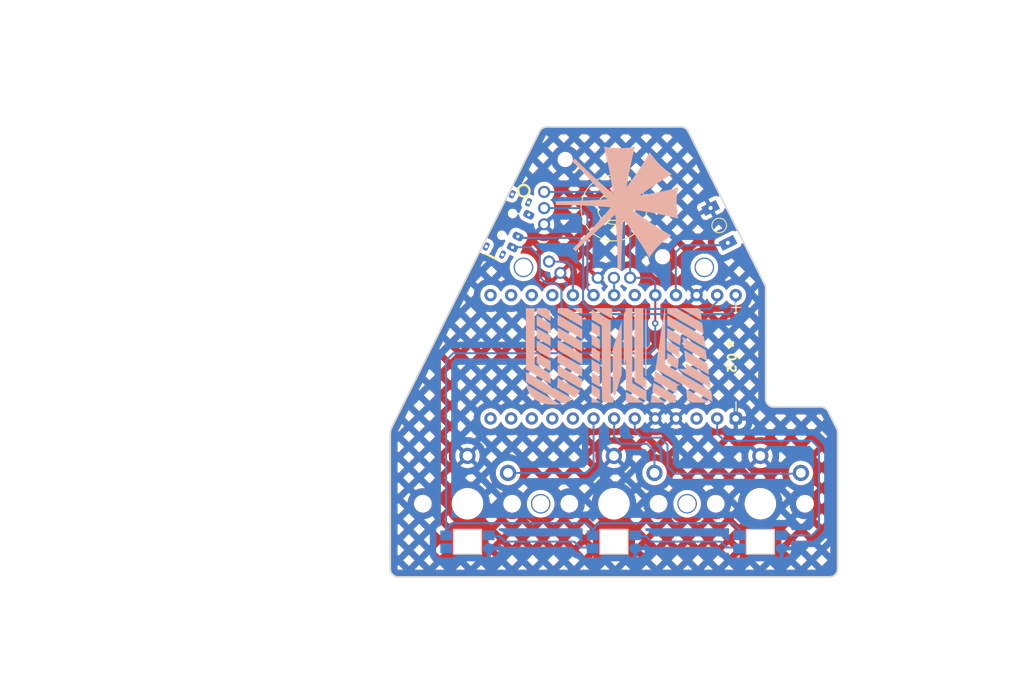
<source format=kicad_pcb>
(kicad_pcb (version 20221018) (generator pcbnew)
  (layers (0 "F.Cu" signal) (31 "B.Cu" signal) (34 "B.Paste" user) (35 "F.Paste" user) (36 "B.SilkS" user "B.Silkscreen") (37 "F.SilkS" user "F.Silkscreen") (38 "B.Mask" user) (39 "F.Mask" user) (44 "Edge.Cuts" user))
  (net 0 "")
  (net 1 "GND")
  (net 2 "Net-(J1-Pin_1)")
  (net 3 "VCC")
  (net 4 "LED")
  (net 5 "reset")
  (net 6 "sw1")
  (net 7 "sw2")
  (net 8 "sw3")
  (net 9 "sw4")
  (net 10 "analogY")
  (net 11 "analogX")
  (net 13 "VBAT")
  (net 14 "Net-(LED1-DIN)")
  (net 15 "Net-(LED2-DIN)")
  (footprint "anu_lib:SW_3x4x2_2legs" (layer "F.Cu") (at 163.976 103.486 116.5)
    (fp_text reference "RSW1" hide)
    (fp_text value "SW_PUSH" hide)
    (pad "1" thru_hole rect locked (at -2.4 0 116.5) (size 1.2 2) (drill 0.5) (layers "*.Cu" "*.Mask") (net 5 "reset"))
    (pad "2" thru_hole rect locked (at 2.4 0 116.5) (size 1.2 2) (drill 0.5) (layers "*.Cu" "*.Mask") (net 1 "GND"))
  )
  (footprint "anu_lib:ChocV1_1u" (layer "F.Cu") (at 132.944 137.82)
    (fp_text reference "SW1" hide)
    (fp_text value "SW_PUSH" hide)
    (pad "" np_thru_hole circle locked (at -5.5 0 90) (size 1.7 1.7) (drill 1.7) (layers "*.Cu" "*.Mask"))
    (pad "" np_thru_hole circle locked (at 0 0 90) (size 3.4 3.4) (drill 3.4) (layers "*.Cu" "*.Mask"))
    (pad "" np_thru_hole circle locked (at 5.5 0 90) (size 1.7 1.7) (drill 1.7) (layers "*.Cu" "*.Mask"))
    (pad "1" thru_hole circle locked (at 5 -3.8) (size 2 2) (drill 1.2) (layers "*.Cu" "B.Mask") (net 6 "sw1"))
    (pad "2" thru_hole circle locked (at 0 -5.9) (size 2 2) (drill 1.2) (layers "*.Cu" "B.Mask") (net 1 "GND"))
  )
  (footprint "anu_lib:ChocV1_1u" (layer "F.Cu") (at 150.994 137.82)
    (fp_text reference "SW2" hide)
    (fp_text value "SW_PUSH" hide)
    (pad "" np_thru_hole circle locked (at -5.5 0 90) (size 1.7 1.7) (drill 1.7) (layers "*.Cu" "*.Mask"))
    (pad "" np_thru_hole circle locked (at 0 0 90) (size 3.4 3.4) (drill 3.4) (layers "*.Cu" "*.Mask"))
    (pad "" np_thru_hole circle locked (at 5.5 0 90) (size 1.7 1.7) (drill 1.7) (layers "*.Cu" "*.Mask"))
    (pad "1" thru_hole circle locked (at 5 -3.8) (size 2 2) (drill 1.2) (layers "*.Cu" "B.Mask") (net 7 "sw2"))
    (pad "2" thru_hole circle locked (at 0 -5.9) (size 2 2) (drill 1.2) (layers "*.Cu" "B.Mask") (net 1 "GND"))
  )
  (footprint "anu_lib:ChocV1_1u" (layer "F.Cu") (at 169.044 137.82)
    (fp_text reference "SW3" hide)
    (fp_text value "SW_PUSH" hide)
    (pad "" np_thru_hole circle locked (at -5.5 0 90) (size 1.7 1.7) (drill 1.7) (layers "*.Cu" "*.Mask"))
    (pad "" np_thru_hole circle locked (at 0 0 90) (size 3.4 3.4) (drill 3.4) (layers "*.Cu" "*.Mask"))
    (pad "" np_thru_hole circle locked (at 5.5 0 90) (size 1.7 1.7) (drill 1.7) (layers "*.Cu" "*.Mask"))
    (pad "1" thru_hole circle locked (at 5 -3.8) (size 2 2) (drill 1.2) (layers "*.Cu" "B.Mask") (net 8 "sw3"))
    (pad "2" thru_hole circle locked (at 0 -5.9) (size 2 2) (drill 1.2) (layers "*.Cu" "B.Mask") (net 1 "GND"))
  )
  (footprint "anu_lib:FJ08K-S" (layer "F.Cu") (at 150.994 101.35 180)
    (fp_text reference "X1" hide)
    (fp_text value "FJ08K-S")
    (pad "" np_thru_hole circle (at -6 -6 180) (size 1.4 1.4) (drill 1.4) (layers "*.Cu" "*.Mask"))
    (pad "" np_thru_hole circle (at 6 6 180) (size 1.4 1.4) (drill 1.4) (layers "*.Cu" "*.Mask"))
    (pad "A" thru_hole circle (at 6.6 -8 180) (size 1.5 1.5) (drill 0.95) (layers "*.Cu" "*.Mask") (net 1 "GND"))
    (pad "B" thru_hole circle (at 8 -6.6 180) (size 1.5 1.5) (drill 0.95) (layers "*.Cu" "*.Mask") (net 9 "sw4"))
    (pad "X1" thru_hole circle (at 8.6 2 180) (size 1.5 1.5) (drill 0.95) (layers "*.Cu" "*.Mask") (net 3 "VCC"))
    (pad "X2" thru_hole circle (at 8.6 0 180) (size 1.5 1.5) (drill 0.95) (layers "*.Cu" "*.Mask") (net 11 "analogX"))
    (pad "X3" thru_hole circle (at 8.6 -2 180) (size 1.5 1.5) (drill 0.95) (layers "*.Cu" "*.Mask") (net 1 "GND"))
    (pad "Y1" thru_hole circle (at 2 -8.6) (size 1.5 1.5) (drill 0.95) (layers "*.Cu" "*.Mask") (net 1 "GND"))
    (pad "Y2" thru_hole circle (at 0 -8.6) (size 1.5 1.5) (drill 0.95) (layers "*.Cu" "*.Mask") (net 10 "analogY"))
    (pad "Y3" thru_hole circle (at -2 -8.6) (size 1.5 1.5) (drill 0.95) (layers "*.Cu" "*.Mask") (net 3 "VCC"))
  )
  (footprint "anu_lib:SW_MSK-12C02_duplex" (layer "F.Cu") (at 137.8395 103.359 63.5)
    (fp_text reference "SW4")
    (fp_text value "SW_SPDT")
    (pad "" thru_hole roundrect locked (at -3.6 -1.093 63.5) (size 1 0.6) (drill 0.4) (layers "*.Cu" "*.Mask") (roundrect_rratio 0.333))
    (pad "" thru_hole roundrect locked (at -3.6 1.143 63.5) (size 1 0.6) (drill 0.4) (layers "*.Cu" "*.Mask") (roundrect_rratio 0.333))
    (pad "" np_thru_hole circle locked (at -1.5 0 153.5) (size 0.7 0.7) (drill 0.7) (layers "*.Cu" "*.Mask"))
    (pad "" np_thru_hole circle locked (at 1.5 0 153.5) (size 0.7 0.7) (drill 0.7) (layers "*.Cu" "*.Mask"))
    (pad "" thru_hole roundrect locked (at 3.6 -1.093 63.5) (size 1 0.6) (drill 0.4) (layers "*.Cu" "*.Mask") (roundrect_rratio 0.333))
    (pad "" thru_hole roundrect locked (at 3.6 1.143 63.5) (size 1 0.6) (drill 0.4) (layers "*.Cu" "*.Mask") (roundrect_rratio 0.333))
    (pad "1" thru_hole roundrect locked (at 2.25 1.85 153.5) (size 1.3 0.9) (drill 0.4) (layers "*.Cu" "*.Mask") (roundrect_rratio 0.333))
    (pad "2" thru_hole roundrect locked (at -0.75 1.85 153.5) (size 1.3 0.9) (drill 0.4) (layers "*.Cu" "*.Mask") (roundrect_rratio 0.333) (net 13 "VBAT"))
    (pad "3" thru_hole roundrect locked (at -2.25 1.85 153.5) (size 1.3 0.9) (drill 0.4) (layers "*.Cu" "*.Mask") (net 2 "Net-(J1-Pin_1)"))
  )
  (footprint "anu_lib:battery_conn_duplex" (layer "F.Cu") (at 166.262 119.696 -90)
    (fp_text reference "J1" hide)
    (fp_text value "battery connector")
    (fp_text user "+" (at -6.096 0.3361 90) (layer "F.SilkS") (effects (font (size 1.5 1.5))))
    (fp_text user "-" (at 6.096 0.3361 90) (layer "F.SilkS") (effects (font (size 1.5 1.5))))
    (pad "1" thru_hole circle (at -7.6086 0.254) (size 1.524 1.524) (drill 0.8) (layers "*.Cu" "*.Mask") (net 2 "Net-(J1-Pin_1)"))
    (pad "2" thru_hole roundrect (at 7.6114 0.254 270) (size 1.524 1.524) (drill 0.8) (layers "*.Cu" "*.Mask") (net 1 "GND"))
  )
  (footprint "anu_lib:ProMicro_v4" (layer "F.Cu") (at 149.244 119.696 -90)
    (fp_text reference "U1" hide)
    (fp_text value "ProMicro_r" hide)
    (pad "1" thru_hole circle (at 7.6114 -14.478 270) (size 1.524 1.524) (drill 0.8128) (layers "*.Cu" "B.Mask") (net 4 "LED"))
    (pad "2" thru_hole circle (at 7.6114 -11.938 270) (size 1.524 1.524) (drill 0.8128) (layers "*.Cu" "B.Mask"))
    (pad "3" thru_hole circle (at 7.6114 -9.398 270) (size 1.524 1.524) (drill 0.8128) (layers "*.Cu" "B.Mask") (net 1 "GND"))
    (pad "4" thru_hole circle (at 7.6114 -6.858 270) (size 1.524 1.524) (drill 0.8128) (layers "*.Cu" "B.Mask") (net 1 "GND"))
    (pad "5" thru_hole circle (at 7.6114 -4.318 270) (size 1.524 1.524) (drill 0.8128) (layers "*.Cu" "B.Mask") (net 8 "sw3"))
    (pad "6" thru_hole circle (at 7.6114 -1.778 270) (size 1.524 1.524) (drill 0.8128) (layers "*.Cu" "B.Mask") (net 7 "sw2"))
    (pad "7" thru_hole circle (at 7.6114 0.762 270) (size 1.524 1.524) (drill 0.8128) (layers "*.Cu" "B.Mask") (net 6 "sw1"))
    (pad "8" thru_hole circle (at 7.6114 3.302 270) (size 1.524 1.524) (drill 0.8128) (layers "*.Cu" "B.Mask"))
    (pad "9" thru_hole circle (at 7.6114 5.842 270) (size 1.524 1.524) (drill 0.8128) (layers "*.Cu" "B.Mask"))
    (pad "10" thru_hole circle (at 7.6114 8.382 270) (size 1.524 1.524) (drill 0.8128) (layers "*.Cu" "B.Mask"))
    (pad "11" thru_hole circle (at 7.6114 10.922 270) (size 1.524 1.524) (drill 0.8128) (layers "*.Cu" "B.Mask"))
    (pad "12" thru_hole circle (at 7.6114 13.462 270) (size 1.524 1.524) (drill 0.8128) (layers "*.Cu" "B.Mask"))
    (pad "13" thru_hole circle (at -7.6086 13.462 270) (size 1.524 1.524) (drill 0.8128) (layers "*.Cu" "B.Mask"))
    (pad "14" thru_hole circle (at -7.6086 10.922 270) (size 1.524 1.524) (drill 0.8128) (layers "*.Cu" "B.Mask"))
    (pad "15" thru_hole circle (at -7.6086 8.382 270) (size 1.524 1.524) (drill 0.8128) (layers "*.Cu" "B.Mask"))
    (pad "16" thru_hole circle (at -7.6086 5.842 270) (size 1.524 1.524) (drill 0.8128) (layers "*.Cu" "B.Mask"))
    (pad "17" thru_hole circle (at -7.6086 3.302 270) (size 1.524 1.524) (drill 0.8128) (layers "*.Cu" "B.Mask") (net 9 "sw4"))
    (pad "18" thru_hole circle (at -7.6086 0.762 270) (size 1.524 1.524) (drill 0.8128) (layers "*.Cu" "B.Mask") (net 11 "analogX"))
    (pad "19" thru_hole circle (at -7.6086 -1.778 270) (size 1.524 1.524) (drill 0.8128) (layers "*.Cu" "B.Mask") (net 10 "analogY"))
    (pad "20" thru_hole circle (at -7.6086 -4.318 270) (size 1.524 1.524) (drill 0.8128) (layers "*.Cu" "B.Mask"))
    (pad "21" thru_hole circle (at -7.6086 -6.858 270) (size 1.524 1.524) (drill 0.8128) (layers "*.Cu" "B.Mask") (net 3 "VCC"))
    (pad "22" thru_hole circle (at -7.6086 -9.398 270) (size 1.524 1.524) (drill 0.8128) (layers "*.Cu" "B.Mask") (net 5 "reset"))
    (pad "23" thru_hole circle (at -7.6086 -11.938 270) (size 1.524 1.524) (drill 0.8128) (layers "*.Cu" "B.Mask") (net 1 "GND"))
    (pad "24" thru_hole circle (at -7.6086 -14.478 270) (size 1.524 1.524) (drill 0.8128) (layers "*.Cu" "B.Mask") (net 13 "VBAT"))
  )
  (footprint "enki_lib:HOLE" (layer "F.Cu") (at 141.969 137.82)
    (fp_text reference "H1" hide)
    (fp_text value "Hole" hide)
    (pad "" np_thru_hole circle (at 0 0) (size 2.4 2.4) (drill 2.1) (layers "*.Cu" "*.Mask"))
  )
  (footprint "enki_lib:HOLE" (layer "F.Cu") (at 139.846 108.662)
    (fp_text reference "H1" hide)
    (fp_text value "Hole" hide)
    (pad "" np_thru_hole circle (at 0 0) (size 2.4 2.4) (drill 2.1) (layers "*.Cu" "*.Mask"))
  )
  (footprint "enki_lib:HOLE" (layer "F.Cu") (at 160.019 137.82)
    (fp_text reference "H1" hide)
    (fp_text value "Hole" hide)
    (pad "" np_thru_hole circle (at 0 0) (size 2.4 2.4) (drill 2.1) (layers "*.Cu" "*.Mask"))
  )
  (footprint "enki_lib:HOLE" (layer "F.Cu") (at 162.142 108.662)
    (fp_text reference "H1" hide)
    (fp_text value "Hole" hide)
    (pad "" np_thru_hole circle (at 0 0) (size 2.4 2.4) (drill 2.1) (layers "*.Cu" "*.Mask"))
  )
  (footprint "anu_lib:YS-SK6812MINI-E_small" (layer "B.Cu") (at 132.944 142.52 180)
    (fp_text reference "LED1" hide)
    (fp_text value "YS-SK6812MINI-E" hide)
    (fp_line (start -1.7 -1.5) (end 1.7 -1.5) (stroke (width 0.12)) (layer "Edge.Cuts"))
    (fp_line (start -1.7 1.5) (end -1.7 -1.5) (stroke (width 0.12)) (layer "Edge.Cuts"))
    (fp_line (start 1.7 -1.5) (end 1.7 1.5) (stroke (width 0.12)) (layer "Edge.Cuts"))
    (fp_line (start 1.7 1.5) (end -1.7 1.5) (stroke (width 0.12)) (layer "Edge.Cuts"))
    (pad "1" smd rect locked (at 2.625 0.8 180) (size 1.45 1.2) (layers "B.Cu" "B.Paste" "B.Mask") (net 3 "VCC"))
    (pad "2" smd rect locked (at 2.625 -0.8 180) (size 1.45 1.2) (layers "B.Cu" "B.Paste" "B.Mask"))
    (pad "3" smd oval locked (at -2.625 -0.8 180) (size 1.45 1.2) (layers "B.Cu" "B.Paste" "B.Mask") (net 1 "GND"))
    (pad "4" smd rect locked (at -2.625 0.8 180) (size 1.45 1.2) (layers "B.Cu" "B.Paste" "B.Mask") (net 14 "Net-(LED1-DIN)"))
  )
  (footprint "anu_lib:YS-SK6812MINI-E_small" (layer "B.Cu") (at 150.994 142.52 180)
    (fp_text reference "LED2" hide)
    (fp_text value "YS-SK6812MINI-E" hide)
    (fp_line (start -1.7 -1.5) (end 1.7 -1.5) (stroke (width 0.12)) (layer "Edge.Cuts"))
    (fp_line (start -1.7 1.5) (end -1.7 -1.5) (stroke (width 0.12)) (layer "Edge.Cuts"))
    (fp_line (start 1.7 -1.5) (end 1.7 1.5) (stroke (width 0.12)) (layer "Edge.Cuts"))
    (fp_line (start 1.7 1.5) (end -1.7 1.5) (stroke (width 0.12)) (layer "Edge.Cuts"))
    (pad "1" smd rect locked (at 2.625 0.8 180) (size 1.45 1.2) (layers "B.Cu" "B.Paste" "B.Mask") (net 3 "VCC"))
    (pad "2" smd rect locked (at 2.625 -0.8 180) (size 1.45 1.2) (layers "B.Cu" "B.Paste" "B.Mask") (net 14 "Net-(LED1-DIN)"))
    (pad "3" smd oval locked (at -2.625 -0.8 180) (size 1.45 1.2) (layers "B.Cu" "B.Paste" "B.Mask") (net 1 "GND"))
    (pad "4" smd rect locked (at -2.625 0.8 180) (size 1.45 1.2) (layers "B.Cu" "B.Paste" "B.Mask") (net 15 "Net-(LED2-DIN)"))
  )
  (footprint "anu_lib:YS-SK6812MINI-E_small" (layer "B.Cu") (at 169.044 142.52 180)
    (fp_text reference "LED3" hide)
    (fp_text value "YS-SK6812MINI-E" hide)
    (fp_line (start -1.7 -1.5) (end 1.7 -1.5) (stroke (width 0.12)) (layer "Edge.Cuts"))
    (fp_line (start -1.7 1.5) (end -1.7 -1.5) (stroke (width 0.12)) (layer "Edge.Cuts"))
    (fp_line (start 1.7 -1.5) (end 1.7 1.5) (stroke (width 0.12)) (layer "Edge.Cuts"))
    (fp_line (start 1.7 1.5) (end -1.7 1.5) (stroke (width 0.12)) (layer "Edge.Cuts"))
    (pad "1" smd rect (at 2.625 0.8 180) (size 1.45 1.2) (layers "B.Cu" "B.Paste" "B.Mask") (net 3 "VCC"))
    (pad "2" smd rect (at 2.625 -0.8 180) (size 1.45 1.2) (layers "B.Cu" "B.Paste" "B.Mask") (net 15 "Net-(LED2-DIN)"))
    (pad "3" smd oval (at -2.625 -0.8 180) (size 1.45 1.2) (layers "B.Cu" "B.Paste" "B.Mask") (net 1 "GND"))
    (pad "4" smd rect (at -2.625 0.8 180) (size 1.45 1.2) (layers "B.Cu" "B.Paste" "B.Mask") (net 4 "LED"))
  )
  (footprint "anu_lib:Logo_anu" (layer "B.Cu") (at 151.594 119.6964 180)
    (fp_text reference "G2" hide)
    (fp_text value "Logo" hide)
  )
  (footprint "anu_lib:Logo_anu_cuneiform" (layer "B.Cu") (at 151.394 101.34266 180)
    (fp_text reference "G1" hide)
    (fp_text value "Logo" hide)
  )
  (gr_line (start 124.418601 146.8454) (end 177.568601 146.8454) (stroke (width 0.2)) (layer "Edge.Cuts"))
  (gr_line (start 123.418601 145.8454) (end 123.418601 129.266971) (stroke (width 0.2)) (layer "Edge.Cuts"))
  (gr_line (start 178.568599 145.845401) (end 178.5686 129.031186) (stroke (width 0.2)) (layer "Edge.Cuts"))
  (gr_line (start 141.841836 91.899511) (end 123.629267 128.373502) (stroke (width 0.2)) (layer "Edge.Cuts"))
  (gr_line (start 160.145365 91.899511) (end 169.588267 110.810645) (stroke (width 0.2)) (layer "Edge.Cuts"))
  (gr_arc (start 124.418601 146.8454) (mid 123.711494 146.552507) (end 123.418601 145.8454) (stroke (width 0.2)) (layer "Edge.Cuts"))
  (gr_arc (start 178.568601 145.8454) (mid 178.275708 146.552507) (end 177.568601 146.8454) (stroke (width 0.2)) (layer "Edge.Cuts"))
  (gr_arc (start 123.4186 129.266971) (mid 123.471979 128.807986) (end 123.629267 128.373502) (stroke (width 0.2)) (layer "Edge.Cuts"))
  (gr_line (start 177.396805 126.448666) (end 178.463266 128.584451) (stroke (width 0.2)) (layer "Edge.Cuts"))
  (gr_line (start 176.502138 125.8954) (end 170.6936 125.8954) (stroke (width 0.2)) (layer "Edge.Cuts"))
  (gr_line (start 169.6936 124.8954) (end 169.6936 111.257379) (stroke (width 0.2)) (layer "Edge.Cuts"))
  (gr_arc (start 176.502138 125.8954) (mid 177.028097 126.04489) (end 177.396805 126.448666) (stroke (width 0.2)) (layer "Edge.Cuts"))
  (gr_arc (start 178.463267 128.584452) (mid 178.541911 128.801694) (end 178.5686 129.031186) (stroke (width 0.2)) (layer "Edge.Cuts"))
  (gr_arc (start 170.6936 125.8954) (mid 169.986493 125.602507) (end 169.6936 124.8954) (stroke (width 0.2)) (layer "Edge.Cuts"))
  (gr_arc (start 169.588267 110.810645) (mid 169.666911 111.027887) (end 169.6936 111.257379) (stroke (width 0.2)) (layer "Edge.Cuts"))
  (gr_line (start 142.736503 91.346246) (end 159.250698 91.346246) (stroke (width 0.2)) (layer "Edge.Cuts"))
  (gr_arc (start 141.841836 91.899512) (mid 142.210544 91.495736) (end 142.736503 91.346246) (stroke (width 0.2)) (layer "Edge.Cuts"))
  (gr_arc (start 159.250697 91.346245) (mid 159.776657 91.495735) (end 160.145365 91.899511) (stroke (width 0.2)) (layer "Edge.Cuts"))
  (gr_text "v 0.2" (at 165.47084 119.67972 270) (layer "F.SilkS") (effects (font (size 1 1) (thickness 0.25))))
  (gr_text "0,5" (at 75.311 93.5355 90) (layer "Edge.Cuts") (effects (font (size 0 0) (thickness 0.2)) (justify left top)))
  (segment (start 140.716 106.172) (end 138.536207 106.172) (width 0.25) (layer "B.Cu") (net 2))
  (segment (start 166.008 113.519) (end 165.1 114.427) (width 0.25) (layer "B.Cu") (net 2))
  (segment (start 138.622661 106.299) (end 138.515934 106.192273) (width 0.25) (layer "B.Cu") (net 2))
  (segment (start 144.526 113.665) (end 144.526 111.379) (width 0.25) (layer "B.Cu") (net 2))
  (segment (start 166.008 112.0874) (end 166.008 113.519) (width 0.25) (layer "B.Cu") (net 2))
  (segment (start 165.1 114.427) (end 145.288 114.427) (width 0.25) (layer "B.Cu") (net 2))
  (segment (start 141.859 109.855) (end 141.859 107.315) (width 0.25) (layer "B.Cu") (net 2))
  (segment (start 142.621 110.617) (end 141.859 109.855) (width 0.25) (layer "B.Cu") (net 2))
  (segment (start 141.859 107.315) (end 140.716 106.172) (width 0.25) (layer "B.Cu") (net 2))
  (segment (start 138.536207 106.172) (end 138.515934 106.192273) (width 0.25) (layer "B.Cu") (net 2))
  (segment (start 144.526 111.379) (end 143.764 110.617) (width 0.25) (layer "B.Cu") (net 2))
  (segment (start 145.288 114.427) (end 144.526 113.665) (width 0.25) (layer "B.Cu") (net 2))
  (segment (start 143.764 110.617) (end 142.621 110.617) (width 0.25) (layer "B.Cu") (net 2))
  (segment (start 156.102 112.0874) (end 156.083 115.57) (width 0.25) (layer "F.Cu") (net 3))
  (segment (start 156.083 115.57) (end 156.102 115.551) (width 0.25) (layer "F.Cu") (net 3))
  (via (at 156.083 115.57) (size 0.8) (drill 0.4) (layers "F.Cu" "B.Cu") (net 3))
  (segment (start 130.344 140.9947) (end 131.1307 140.208) (width 0.25) (layer "B.Cu") (net 3))
  (segment (start 152.994 100.162) (end 152.182 99.35) (width 0.25) (layer "B.Cu") (net 3))
  (segment (start 148.394 140.9947) (end 149.1807 140.208) (width 0.25) (layer "B.Cu") (net 3))
  (segment (start 156.083 118.491) (end 155.321 119.253) (width 0.25) (layer "B.Cu") (net 3))
  (segment (start 157.7034 140.208) (end 165.6573 140.208) (width 0.25) (layer "B.Cu") (net 3))
  (segment (start 131.191 119.253) (end 130.302 120.142) (width 0.25) (layer "B.Cu") (net 3))
  (segment (start 156.083 110.49) (end 155.543 109.95) (width 0.25) (layer "B.Cu") (net 3))
  (segment (start 156.083 112.0684) (end 156.083 110.49) (width 0.25) (layer "B.Cu") (net 3))
  (segment (start 152.994 109.95) (end 152.994 100.162) (width 0.25) (layer "B.Cu") (net 3))
  (segment (start 156.102 112.0874) (end 156.083 112.0684) (width 0.25) (layer "B.Cu") (net 3))
  (segment (start 149.1807 140.208) (end 157.988 140.208) (width 0.25) (layer "B.Cu") (net 3))
  (segment (start 130.302 120.142) (end 130.302 141.703) (width 0.25) (layer "B.Cu") (net 3))
  (segment (start 155.543 109.95) (end 152.994 109.95) (width 0.25) (layer "B.Cu") (net 3))
  (segment (start 166.444 140.9947) (end 166.444 141.82) (width 0.25) (layer "B.Cu") (net 3))
  (segment (start 155.321 119.253) (end 131.191 119.253) (width 0.25) (layer "B.Cu") (net 3))
  (segment (start 147.6073 140.208) (end 148.394 140.9947) (width 0.25) (layer "B.Cu") (net 3))
  (segment (start 152.182 99.35) (end 142.394 99.35) (width 0.25) (layer "B.Cu") (net 3))
  (segment (start 148.394 141.82) (end 148.394 140.9948) (width 0.25) (layer "B.Cu") (net 3))
  (segment (start 148.394 140.9948) (end 148.394 140.9947) (width 0.25) (layer "B.Cu") (net 3))
  (segment (start 131.1307 140.208) (end 147.6073 140.208) (width 0.25) (layer "B.Cu") (net 3))
  (segment (start 156.083 115.57) (end 156.083 118.491) (width 0.25) (layer "B.Cu") (net 3))
  (segment (start 130.302 141.703) (end 130.319 141.72) (width 0.25) (layer "B.Cu") (net 3))
  (segment (start 165.6573 140.208) (end 166.444 140.9947) (width 0.25) (layer "B.Cu") (net 3))
  (segment (start 130.344 141.82) (end 130.344 140.9947) (width 0.25) (layer "B.Cu") (net 3))
  (segment (start 175.387 141.732) (end 176.276 140.843) (width 0.25) (layer "B.Cu") (net 4))
  (segment (start 176.276 140.843) (end 176.276 130.937) (width 0.25) (layer "B.Cu") (net 4))
  (segment (start 163.722 129.178) (end 163.722 127.3074) (width 0.25) (layer "B.Cu") (net 4))
  (segment (start 164.592 130.048) (end 163.722 129.178) (width 0.25) (layer "B.Cu") (net 4))
  (segment (start 175.387 130.048) (end 164.592 130.048) (width 0.25) (layer "B.Cu") (net 4))
  (segment (start 171.669 141.72) (end 171.681 141.732) (width 0.25) (layer "B.Cu") (net 4))
  (segment (start 171.681 141.732) (end 175.387 141.732) (width 0.25) (layer "B.Cu") (net 4))
  (segment (start 176.276 130.937) (end 175.387 130.048) (width 0.25) (layer "B.Cu") (net 4))
  (segment (start 164.559161 105.918) (end 159.512 105.918) (width 0.25) (layer "B.Cu") (net 5))
  (segment (start 159.512 105.918) (end 158.623 106.807) (width 0.25) (layer "B.Cu") (net 5))
  (segment (start 158.623 112.0684) (end 158.642 112.0874) (width 0.25) (layer "B.Cu") (net 5))
  (segment (start 164.665577 106.024416) (end 164.559161 105.918) (width 0.25) (layer "B.Cu") (net 5))
  (segment (start 158.623 106.807) (end 158.623 112.0684) (width 0.25) (layer "B.Cu") (net 5))
  (segment (start 147.539 134.02) (end 148.482 133.077) (width 0.25) (layer "B.Cu") (net 6))
  (segment (start 148.482 133.077) (end 148.482 127.3074) (width 0.25) (layer "B.Cu") (net 6))
  (segment (start 137.944 134.02) (end 147.539 134.02) (width 0.25) (layer "B.Cu") (net 6))
  (segment (start 151.022 129.559) (end 151.892 130.429) (width 0.25) (layer "B.Cu") (net 7))
  (segment (start 151.022 127.3074) (end 151.022 129.559) (width 0.25) (layer "B.Cu") (net 7))
  (segment (start 155.067 130.429) (end 155.994 131.356) (width 0.25) (layer "B.Cu") (net 7))
  (segment (start 151.892 130.429) (end 155.067 130.429) (width 0.25) (layer "B.Cu") (net 7))
  (segment (start 155.994 131.356) (end 155.994 134.02) (width 0.25) (layer "B.Cu") (net 7))
  (segment (start 174.044 134.02) (end 173.952 134.112) (width 0.25) (layer "B.Cu") (net 8))
  (segment (start 154.432 129.667) (end 153.562 128.797) (width 0.25) (layer "B.Cu") (net 8))
  (segment (start 153.562 128.797) (end 153.562 127.3074) (width 0.25) (layer "B.Cu") (net 8))
  (segment (start 157.607 130.556) (end 156.718 129.667) (width 0.25) (layer "B.Cu") (net 8))
  (segment (start 158.496 134.112) (end 157.607 133.223) (width 0.25) (layer "B.Cu") (net 8))
  (segment (start 173.952 134.112) (end 158.496 134.112) (width 0.25) (layer "B.Cu") (net 8))
  (segment (start 156.718 129.667) (end 154.432 129.667) (width 0.25) (layer "B.Cu") (net 8))
  (segment (start 157.607 133.223) (end 157.607 130.556) (width 0.25) (layer "B.Cu") (net 8))
  (segment (start 145.161 107.95) (end 145.942 108.731) (width 0.25) (layer "B.Cu") (net 9))
  (segment (start 142.994 107.95) (end 145.161 107.95) (width 0.25) (layer "B.Cu") (net 9))
  (segment (start 145.942 108.731) (end 145.942 112.0874) (width 0.25) (layer "B.Cu") (net 9))
  (segment (start 151.022 109.978) (end 150.994 109.95) (width 0.25) (layer "F.Cu") (net 10))
  (segment (start 151.022 112.0874) (end 151.022 109.978) (width 0.25) (layer "B.Cu") (net 10))
  (segment (start 147.720001 102.254001) (end 147.720001 111.325401) (width 0.25) (layer "B.Cu") (net 11))
  (segment (start 146.816 101.35) (end 147.720001 102.254001) (width 0.25) (layer "B.Cu") (net 11))
  (segment (start 147.720001 111.325401) (end 148.482 112.0874) (width 0.25) (layer "B.Cu") (net 11))
  (segment (start 142.394 101.35) (end 146.816 101.35) (width 0.25) (layer "B.Cu") (net 11))
  (segment (start 146.558 105.029) (end 147.193 105.664) (width 0.25) (layer "B.Cu") (net 13))
  (segment (start 163.722 112.884) (end 163.722 112.0874) (width 0.25) (layer "B.Cu") (net 13))
  (segment (start 147.193 113.03) (end 147.949489 113.786489) (width 0.25) (layer "B.Cu") (net 13))
  (segment (start 139.358409 105.029) (end 146.558 105.029) (width 0.25) (layer "B.Cu") (net 13))
  (segment (start 147.949489 113.786489) (end 162.819511 113.786489) (width 0.25) (layer "B.Cu") (net 13))
  (segment (start 147.193 105.664) (end 147.193 113.03) (width 0.25) (layer "B.Cu") (net 13))
  (segment (start 139.358409 105.029) (end 139.173491 104.844082) (width 0.25) (layer "B.Cu") (net 13))
  (segment (start 162.819511 113.786489) (end 163.722 112.884) (width 0.25) (layer "B.Cu") (net 13))
  (segment (start 136.867 141.82) (end 137.541 142.494) (width 0.25) (layer "B.Cu") (net 14))
  (segment (start 146.0915 142.494) (end 146.8175 143.22) (width 0.25) (layer "B.Cu") (net 14))
  (segment (start 135.544 141.82) (end 136.867 141.82) (width 0.25) (layer "B.Cu") (net 14))
  (segment (start 146.8175 143.22) (end 148.394 143.22) (width 0.25) (layer "B.Cu") (net 14))
  (segment (start 137.541 142.494) (end 146.0915 142.494) (width 0.25) (layer "B.Cu") (net 14))
  (segment (start 153.62075 141.82) (end 154.94375 141.82) (width 0.25) (layer "B.Cu") (net 15))
  (segment (start 164.89425 143.22) (end 166.47075 143.22) (width 0.25) (layer "B.Cu") (net 15))
  (segment (start 155.61775 142.494) (end 164.16825 142.494) (width 0.25) (layer "B.Cu") (net 15))
  (segment (start 154.94375 141.82) (end 155.61775 142.494) (width 0.25) (layer "B.Cu") (net 15))
  (segment (start 164.16825 142.494) (end 164.89425 143.22) (width 0.25) (layer "B.Cu") (net 15))
  (zone (net 1) (net_name "GND") (layers "F&B.Cu") (connect_pads (clearance 0.508)) (min_thickness 0.254) (fill yes (mode hatch) (thermal_gap 0.508) (thermal_bridge_width 0.508) (island_removal_mode 1) (island_area_min 10) (hatch_thickness 0.8) (hatch_gap 1) (hatch_orientation 45) (hatch_border_algorithm hatch_thickness) (hatch_min_hole_area 0.3))
    (polygon (pts (xy 201.549 161.81832) (xy 105.7529 161.81832) (xy 105.7529 75.67676) (xy 201.549 75.67676)))
  )
)
</source>
